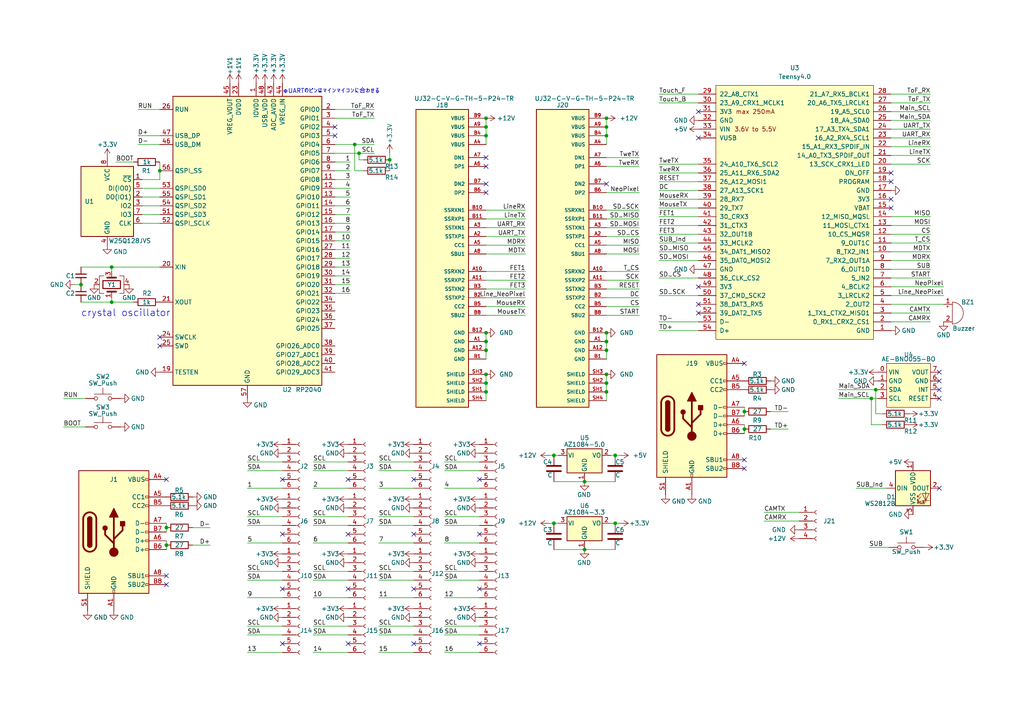
<source format=kicad_sch>
(kicad_sch (version 20230121) (generator eeschema)
  (paper "A4")
  (junction (at 169.545 139.7))
  (junction (at 215.9 119.38))
  (junction (at 175.895 34.29))
  (junction (at 102.87 41.91))
  (junction (at 48.26 153.035))
  (junction (at 254 113.03))
  (junction (at 252.73 115.57))
  (junction (at 175.895 96.52))
  (junction (at 140.97 36.83))
  (junction (at 175.895 101.6))
  (junction (at 169.545 159.385))
  (junction (at 140.97 113.665))
  (junction (at 140.97 99.06))
  (junction (at 178.435 151.765))
  (junction (at 175.895 111.125))
  (junction (at 104.14 44.45))
  (junction (at 175.895 39.37))
  (junction (at 32.385 87.63))
  (junction (at 175.895 36.83))
  (junction (at 140.97 101.6))
  (junction (at 32.385 77.47))
  (junction (at 175.895 113.665))
  (junction (at 140.97 108.585))
  (junction (at 175.895 108.585))
  (junction (at 48.26 158.115))
  (junction (at 23.495 82.55))
  (junction (at 160.655 132.08))
  (junction (at 215.9 124.46))
  (junction (at 140.97 34.29))
  (junction (at 46.355 49.53))
  (junction (at 113.03 46.355))
  (junction (at 160.655 151.765))
  (junction (at 140.97 96.52))
  (junction (at 140.97 39.37))
  (junction (at 175.895 99.06))
  (junction (at 140.97 111.125))
  (junction (at 178.435 132.08))
  (no_connect (at 81.915 170.815))
  (no_connect (at 120.015 139.065))
  (no_connect (at 202.565 90.805))
  (no_connect (at 120.015 170.815))
  (no_connect (at 100.965 139.065))
  (no_connect (at 140.97 48.26))
  (no_connect (at 258.445 50.165))
  (no_connect (at 202.565 40.005))
  (no_connect (at 140.97 55.88))
  (no_connect (at 258.445 52.705))
  (no_connect (at 48.26 167.005))
  (no_connect (at 215.9 105.41))
  (no_connect (at 100.965 186.69))
  (no_connect (at 202.565 32.385))
  (no_connect (at 97.155 39.37))
  (no_connect (at 272.415 113.03))
  (no_connect (at 100.965 154.94))
  (no_connect (at 215.9 135.89))
  (no_connect (at 202.565 83.185))
  (no_connect (at 46.355 97.79))
  (no_connect (at 140.97 45.72))
  (no_connect (at 81.915 139.065))
  (no_connect (at 120.015 186.69))
  (no_connect (at 48.26 169.545))
  (no_connect (at 272.415 107.95))
  (no_connect (at 272.415 115.57))
  (no_connect (at 140.97 53.34))
  (no_connect (at 272.415 141.605))
  (no_connect (at 139.065 154.94))
  (no_connect (at 97.155 36.83))
  (no_connect (at 120.015 154.94))
  (no_connect (at 202.565 88.265))
  (no_connect (at 100.965 170.815))
  (no_connect (at 48.26 139.065))
  (no_connect (at 139.065 139.065))
  (no_connect (at 46.355 100.33))
  (no_connect (at 139.065 186.69))
  (no_connect (at 139.065 170.815))
  (no_connect (at 81.915 186.69))
  (no_connect (at 272.415 110.49))
  (no_connect (at 258.445 60.325))
  (no_connect (at 81.915 154.94))
  (no_connect (at 215.9 133.35))
  (no_connect (at 175.895 53.34))
  (no_connect (at 258.445 57.785))
  (wire (pts (xy 254 113.03) (xy 254.635 113.03)))
  (wire (pts (xy 90.805 189.23) (xy 100.965 189.23)))
  (wire (pts (xy 177.165 151.765) (xy 178.435 151.765)))
  (wire (pts (xy 175.895 36.83) (xy 175.895 39.37)))
  (wire (pts (xy 152.4 81.28) (xy 140.97 81.28)))
  (wire (pts (xy 191.135 52.705) (xy 202.565 52.705)))
  (wire (pts (xy 101.6 67.31) (xy 97.155 67.31)))
  (wire (pts (xy 191.135 27.305) (xy 202.565 27.305)))
  (wire (pts (xy 71.755 181.61) (xy 81.915 181.61)))
  (wire (pts (xy 175.895 71.12) (xy 185.42 71.12)))
  (wire (pts (xy 159.385 132.08) (xy 160.655 132.08)))
  (wire (pts (xy 33.655 46.99) (xy 38.735 46.99)))
  (wire (pts (xy 71.755 173.355) (xy 81.915 173.355)))
  (wire (pts (xy 18.415 123.825) (xy 24.765 123.825)))
  (wire (pts (xy 90.805 181.61) (xy 100.965 181.61)))
  (wire (pts (xy 71.755 165.735) (xy 81.915 165.735)))
  (wire (pts (xy 273.685 83.185) (xy 258.445 83.185)))
  (wire (pts (xy 60.96 153.035) (xy 55.88 153.035)))
  (wire (pts (xy 101.6 62.23) (xy 97.155 62.23)))
  (wire (pts (xy 140.97 96.52) (xy 140.97 99.06)))
  (wire (pts (xy 185.42 55.88) (xy 175.895 55.88)))
  (wire (pts (xy 252.73 123.19) (xy 252.73 115.57)))
  (wire (pts (xy 185.42 66.04) (xy 175.895 66.04)))
  (wire (pts (xy 152.4 91.44) (xy 140.97 91.44)))
  (wire (pts (xy 191.135 70.485) (xy 202.565 70.485)))
  (wire (pts (xy 152.4 78.74) (xy 140.97 78.74)))
  (wire (pts (xy 109.855 136.525) (xy 120.015 136.525)))
  (wire (pts (xy 113.03 44.45) (xy 113.03 46.355)))
  (wire (pts (xy 128.905 136.525) (xy 139.065 136.525)))
  (wire (pts (xy 191.135 85.725) (xy 202.565 85.725)))
  (wire (pts (xy 109.855 152.4) (xy 120.015 152.4)))
  (wire (pts (xy 104.14 46.355) (xy 104.14 44.45)))
  (wire (pts (xy 152.4 86.36) (xy 140.97 86.36)))
  (wire (pts (xy 90.805 168.275) (xy 100.965 168.275)))
  (wire (pts (xy 152.4 66.04) (xy 140.97 66.04)))
  (wire (pts (xy 41.275 62.23) (xy 46.355 62.23)))
  (wire (pts (xy 152.4 73.66) (xy 140.97 73.66)))
  (wire (pts (xy 71.755 184.15) (xy 81.915 184.15)))
  (wire (pts (xy 48.26 151.765) (xy 48.26 153.035)))
  (wire (pts (xy 191.135 67.945) (xy 202.565 67.945)))
  (wire (pts (xy 228.6 119.38) (xy 223.52 119.38)))
  (wire (pts (xy 177.165 132.08) (xy 178.435 132.08)))
  (wire (pts (xy 90.805 141.605) (xy 100.965 141.605)))
  (wire (pts (xy 101.6 54.61) (xy 97.155 54.61)))
  (wire (pts (xy 104.14 44.45) (xy 97.155 44.45)))
  (wire (pts (xy 41.275 57.15) (xy 46.355 57.15)))
  (wire (pts (xy 152.4 60.96) (xy 140.97 60.96)))
  (wire (pts (xy 102.87 49.53) (xy 102.87 41.91)))
  (wire (pts (xy 32.385 77.47) (xy 32.385 78.74)))
  (wire (pts (xy 71.755 136.525) (xy 81.915 136.525)))
  (wire (pts (xy 254 120.015) (xy 254 113.03)))
  (wire (pts (xy 169.545 159.385) (xy 178.435 159.385)))
  (wire (pts (xy 101.6 57.15) (xy 97.155 57.15)))
  (wire (pts (xy 60.96 158.115) (xy 55.88 158.115)))
  (wire (pts (xy 191.135 50.165) (xy 202.565 50.165)))
  (wire (pts (xy 269.875 62.865) (xy 258.445 62.865)))
  (wire (pts (xy 175.895 111.125) (xy 175.895 113.665)))
  (wire (pts (xy 97.155 82.55) (xy 101.6 82.55)))
  (wire (pts (xy 243.205 113.03) (xy 254 113.03)))
  (wire (pts (xy 269.875 40.005) (xy 258.445 40.005)))
  (wire (pts (xy 273.685 85.725) (xy 258.445 85.725)))
  (wire (pts (xy 140.97 108.585) (xy 140.97 111.125)))
  (wire (pts (xy 101.6 77.47) (xy 97.155 77.47)))
  (wire (pts (xy 269.875 47.625) (xy 258.445 47.625)))
  (wire (pts (xy 191.135 62.865) (xy 202.565 62.865)))
  (wire (pts (xy 128.905 149.86) (xy 139.065 149.86)))
  (wire (pts (xy 40.005 41.91) (xy 46.355 41.91)))
  (wire (pts (xy 175.895 81.28) (xy 185.42 81.28)))
  (wire (pts (xy 175.895 39.37) (xy 175.895 41.91)))
  (wire (pts (xy 269.875 32.385) (xy 258.445 32.385)))
  (wire (pts (xy 140.97 101.6) (xy 140.97 104.14)))
  (wire (pts (xy 185.42 91.44) (xy 175.895 91.44)))
  (wire (pts (xy 269.875 34.925) (xy 258.445 34.925)))
  (wire (pts (xy 258.445 88.265) (xy 273.685 88.265)))
  (wire (pts (xy 48.26 158.115) (xy 48.26 159.385)))
  (wire (pts (xy 269.875 75.565) (xy 258.445 75.565)))
  (wire (pts (xy 269.875 90.805) (xy 258.445 90.805)))
  (wire (pts (xy 90.805 152.4) (xy 100.965 152.4)))
  (wire (pts (xy 48.26 156.845) (xy 48.26 158.115)))
  (wire (pts (xy 185.42 88.9) (xy 175.895 88.9)))
  (wire (pts (xy 269.875 29.845) (xy 258.445 29.845)))
  (wire (pts (xy 140.97 113.665) (xy 140.97 116.205)))
  (wire (pts (xy 269.875 70.485) (xy 258.445 70.485)))
  (wire (pts (xy 108.585 41.91) (xy 102.87 41.91)))
  (wire (pts (xy 101.6 49.53) (xy 97.155 49.53)))
  (wire (pts (xy 90.805 184.15) (xy 100.965 184.15)))
  (wire (pts (xy 175.895 101.6) (xy 175.895 104.14)))
  (wire (pts (xy 109.855 149.86) (xy 120.015 149.86)))
  (wire (pts (xy 109.855 184.15) (xy 120.015 184.15)))
  (wire (pts (xy 191.135 55.245) (xy 202.565 55.245)))
  (wire (pts (xy 185.42 68.58) (xy 175.895 68.58)))
  (wire (pts (xy 109.855 141.605) (xy 120.015 141.605)))
  (wire (pts (xy 109.855 173.355) (xy 120.015 173.355)))
  (wire (pts (xy 101.6 85.09) (xy 97.155 85.09)))
  (wire (pts (xy 140.97 34.29) (xy 140.97 36.83)))
  (wire (pts (xy 105.41 49.53) (xy 102.87 49.53)))
  (wire (pts (xy 128.905 181.61) (xy 139.065 181.61)))
  (wire (pts (xy 185.42 48.26) (xy 175.895 48.26)))
  (wire (pts (xy 175.895 99.06) (xy 175.895 101.6)))
  (wire (pts (xy 101.6 64.77) (xy 97.155 64.77)))
  (wire (pts (xy 109.855 157.48) (xy 120.015 157.48)))
  (wire (pts (xy 215.9 118.11) (xy 215.9 119.38)))
  (wire (pts (xy 108.585 31.75) (xy 97.155 31.75)))
  (wire (pts (xy 169.545 139.7) (xy 178.435 139.7)))
  (wire (pts (xy 48.26 153.035) (xy 48.26 154.305)))
  (wire (pts (xy 269.875 80.645) (xy 258.445 80.645)))
  (wire (pts (xy 191.135 47.625) (xy 202.565 47.625)))
  (wire (pts (xy 175.895 86.36) (xy 185.42 86.36)))
  (wire (pts (xy 41.275 59.69) (xy 46.355 59.69)))
  (wire (pts (xy 128.905 141.605) (xy 139.065 141.605)))
  (wire (pts (xy 41.275 52.07) (xy 46.355 52.07)))
  (wire (pts (xy 185.42 45.72) (xy 175.895 45.72)))
  (wire (pts (xy 101.6 46.99) (xy 97.155 46.99)))
  (wire (pts (xy 128.905 133.985) (xy 139.065 133.985)))
  (wire (pts (xy 32.385 87.63) (xy 38.735 87.63)))
  (wire (pts (xy 71.755 133.985) (xy 81.915 133.985)))
  (wire (pts (xy 109.855 189.23) (xy 120.015 189.23)))
  (wire (pts (xy 191.135 93.345) (xy 202.565 93.345)))
  (wire (pts (xy 71.755 168.275) (xy 81.915 168.275)))
  (wire (pts (xy 215.9 119.38) (xy 215.9 120.65)))
  (wire (pts (xy 71.755 149.86) (xy 81.915 149.86)))
  (wire (pts (xy 71.755 189.23) (xy 81.915 189.23)))
  (wire (pts (xy 269.875 65.405) (xy 258.445 65.405)))
  (wire (pts (xy 160.655 139.7) (xy 169.545 139.7)))
  (wire (pts (xy 191.135 29.845) (xy 202.565 29.845)))
  (wire (pts (xy 101.6 59.69) (xy 97.155 59.69)))
  (wire (pts (xy 221.615 148.59) (xy 231.775 148.59)))
  (wire (pts (xy 269.875 37.465) (xy 258.445 37.465)))
  (wire (pts (xy 140.97 39.37) (xy 140.97 41.91)))
  (wire (pts (xy 178.435 151.765) (xy 179.705 151.765)))
  (wire (pts (xy 243.205 115.57) (xy 252.73 115.57)))
  (wire (pts (xy 71.755 157.48) (xy 81.915 157.48)))
  (wire (pts (xy 128.905 152.4) (xy 139.065 152.4)))
  (wire (pts (xy 255.905 120.015) (xy 254 120.015)))
  (wire (pts (xy 32.385 86.36) (xy 32.385 87.63)))
  (wire (pts (xy 191.135 65.405) (xy 202.565 65.405)))
  (wire (pts (xy 228.6 124.46) (xy 223.52 124.46)))
  (wire (pts (xy 109.855 168.275) (xy 120.015 168.275)))
  (wire (pts (xy 90.805 136.525) (xy 100.965 136.525)))
  (wire (pts (xy 252.095 158.75) (xy 257.81 158.75)))
  (wire (pts (xy 23.495 87.63) (xy 32.385 87.63)))
  (wire (pts (xy 269.875 93.345) (xy 258.445 93.345)))
  (wire (pts (xy 109.855 165.735) (xy 120.015 165.735)))
  (wire (pts (xy 71.755 141.605) (xy 81.915 141.605)))
  (wire (pts (xy 248.285 141.605) (xy 257.175 141.605)))
  (wire (pts (xy 160.655 159.385) (xy 169.545 159.385)))
  (wire (pts (xy 191.135 95.885) (xy 202.565 95.885)))
  (wire (pts (xy 185.42 83.82) (xy 175.895 83.82)))
  (wire (pts (xy 101.6 80.01) (xy 97.155 80.01)))
  (wire (pts (xy 140.97 99.06) (xy 140.97 101.6)))
  (wire (pts (xy 128.905 157.48) (xy 139.065 157.48)))
  (wire (pts (xy 101.6 72.39) (xy 97.155 72.39)))
  (wire (pts (xy 109.855 133.985) (xy 120.015 133.985)))
  (wire (pts (xy 90.805 165.735) (xy 100.965 165.735)))
  (wire (pts (xy 102.87 41.91) (xy 97.155 41.91)))
  (wire (pts (xy 71.755 152.4) (xy 81.915 152.4)))
  (wire (pts (xy 21.59 82.55) (xy 23.495 82.55)))
  (wire (pts (xy 269.875 67.945) (xy 258.445 67.945)))
  (wire (pts (xy 108.585 34.29) (xy 97.155 34.29)))
  (wire (pts (xy 128.905 168.275) (xy 139.065 168.275)))
  (wire (pts (xy 101.6 52.07) (xy 97.155 52.07)))
  (wire (pts (xy 175.895 78.74) (xy 185.42 78.74)))
  (wire (pts (xy 152.4 63.5) (xy 140.97 63.5)))
  (wire (pts (xy 90.805 149.86) (xy 100.965 149.86)))
  (wire (pts (xy 40.005 31.75) (xy 46.355 31.75)))
  (wire (pts (xy 191.135 73.025) (xy 202.565 73.025)))
  (wire (pts (xy 191.135 80.645) (xy 202.565 80.645)))
  (wire (pts (xy 185.42 63.5) (xy 175.895 63.5)))
  (wire (pts (xy 152.4 88.9) (xy 140.97 88.9)))
  (wire (pts (xy 128.905 184.15) (xy 139.065 184.15)))
  (wire (pts (xy 90.805 133.985) (xy 100.965 133.985)))
  (wire (pts (xy 41.275 64.77) (xy 46.355 64.77)))
  (wire (pts (xy 90.805 173.355) (xy 100.965 173.355)))
  (wire (pts (xy 252.73 115.57) (xy 254.635 115.57)))
  (wire (pts (xy 269.875 42.545) (xy 258.445 42.545)))
  (wire (pts (xy 128.905 173.355) (xy 139.065 173.355)))
  (wire (pts (xy 108.585 44.45) (xy 104.14 44.45)))
  (wire (pts (xy 185.42 60.96) (xy 175.895 60.96)))
  (wire (pts (xy 191.135 75.565) (xy 202.565 75.565)))
  (wire (pts (xy 46.355 52.07) (xy 46.355 49.53)))
  (wire (pts (xy 269.875 45.085) (xy 258.445 45.085)))
  (wire (pts (xy 90.805 157.48) (xy 100.965 157.48)))
  (wire (pts (xy 269.875 78.105) (xy 258.445 78.105)))
  (wire (pts (xy 160.655 151.765) (xy 161.925 151.765)))
  (wire (pts (xy 152.4 68.58) (xy 140.97 68.58)))
  (wire (pts (xy 215.9 123.19) (xy 215.9 124.46)))
  (wire (pts (xy 18.415 115.57) (xy 24.765 115.57)))
  (wire (pts (xy 113.03 46.355) (xy 113.03 49.53)))
  (wire (pts (xy 140.97 111.125) (xy 140.97 113.665)))
  (wire (pts (xy 101.6 74.93) (xy 97.155 74.93)))
  (wire (pts (xy 178.435 132.08) (xy 179.705 132.08)))
  (wire (pts (xy 191.135 57.785) (xy 202.565 57.785)))
  (wire (pts (xy 175.895 113.665) (xy 175.895 116.205)))
  (wire (pts (xy 32.385 77.47) (xy 46.355 77.47)))
  (wire (pts (xy 140.97 36.83) (xy 140.97 39.37)))
  (wire (pts (xy 191.135 60.325) (xy 202.565 60.325)))
  (wire (pts (xy 128.905 189.23) (xy 139.065 189.23)))
  (wire (pts (xy 269.875 73.025) (xy 258.445 73.025)))
  (wire (pts (xy 152.4 71.12) (xy 140.97 71.12)))
  (wire (pts (xy 46.355 49.53) (xy 46.355 46.99)))
  (wire (pts (xy 269.875 27.305) (xy 258.445 27.305)))
  (wire (pts (xy 40.005 39.37) (xy 46.355 39.37)))
  (wire (pts (xy 128.905 165.735) (xy 139.065 165.735)))
  (wire (pts (xy 109.855 181.61) (xy 120.015 181.61)))
  (wire (pts (xy 175.895 34.29) (xy 175.895 36.83)))
  (wire (pts (xy 101.6 69.85) (xy 97.155 69.85)))
  (wire (pts (xy 23.495 77.47) (xy 32.385 77.47)))
  (wire (pts (xy 105.41 46.355) (xy 104.14 46.355)))
  (wire (pts (xy 175.895 108.585) (xy 175.895 111.125)))
  (wire (pts (xy 160.655 132.08) (xy 161.925 132.08)))
  (wire (pts (xy 221.615 151.13) (xy 231.775 151.13)))
  (wire (pts (xy 175.895 96.52) (xy 175.895 99.06)))
  (wire (pts (xy 215.9 124.46) (xy 215.9 125.73)))
  (wire (pts (xy 175.895 73.66) (xy 185.42 73.66)))
  (wire (pts (xy 255.905 123.19) (xy 252.73 123.19)))
  (wire (pts (xy 41.275 54.61) (xy 46.355 54.61)))
  (wire (pts (xy 152.4 83.82) (xy 140.97 83.82)))
  (wire (pts (xy 159.385 151.765) (xy 160.655 151.765)))
  (text "※UARTのピンはマインマイコンに合わせる" (at 81.915 27.305 0) (effects (font (size 1.27 1.27)) (justify left bottom)))
  (text "crystal oscillator" (at 23.495 92.075 0) (effects (font (size 2 2)) (justify left bottom)))
  (label "8" (at 101.6 64.77 180))
  (label "DC" (at 191.135 55.245 0))
  (label "MOSI" (at 269.875 65.405 180))
  (label "ToF_TX" (at 108.585 34.29 180))
  (label "MISO" (at 185.42 71.12 180))
  (label "SDA" (at 109.855 168.275 0))
  (label "Main_SDA" (at 269.875 34.925 180))
  (label "SUB" (at 252.095 158.75 0))
  (label "SD＿MOSI" (at 185.42 66.04 180))
  (label "Line_NeoPixel" (at 273.685 85.725 180))
  (label "UART_RX" (at 269.875 40.005 180))
  (label "SDA" (at 90.805 184.15 0))
  (label "SDA" (at 90.805 136.525 0))
  (label "MouseRX" (at 191.135 57.785 0))
  (label "FET3" (at 191.135 67.945 0))
  (label "DC" (at 185.42 86.36 180))
  (label "CAMRX" (at 221.615 151.13 0))
  (label "SCL" (at 90.805 181.61 0))
  (label "SCL" (at 90.805 149.86 0))
  (label "LineTX" (at 152.4 63.5 180))
  (label "FET2" (at 152.4 81.28 180))
  (label "CAMRX" (at 269.875 93.345 180))
  (label "RUN" (at 40.005 31.75 0))
  (label "UART_TX" (at 269.875 37.465 180))
  (label "UART_TX" (at 152.4 68.58 180))
  (label "RESET" (at 191.135 52.705 0))
  (label "7" (at 109.855 157.48 0))
  (label "SCL" (at 71.755 165.735 0))
  (label "SCL" (at 109.855 133.985 0))
  (label "SCL" (at 128.905 149.86 0))
  (label "4" (at 101.6 54.61 180))
  (label "SCL" (at 71.755 149.86 0))
  (label "START" (at 269.875 80.645 180))
  (label "5" (at 71.755 157.48 0))
  (label "10" (at 101.6 69.85 180))
  (label "MDRX" (at 152.4 71.12 180))
  (label "TD-" (at 191.135 93.345 0))
  (label "FET2" (at 191.135 65.405 0))
  (label "MouseRX" (at 152.4 88.9 180))
  (label "SCL" (at 128.905 165.735 0))
  (label "11" (at 109.855 173.355 0))
  (label "SD＿MISO" (at 191.135 73.025 0))
  (label "MouseTX" (at 152.4 91.44 180))
  (label "14" (at 101.6 80.01 180))
  (label "7" (at 101.6 62.23 180))
  (label "SDA" (at 109.855 152.4 0))
  (label "SCK" (at 185.42 81.28 180))
  (label "SDA" (at 71.755 168.275 0))
  (label "NeoPixel" (at 273.685 83.185 180))
  (label "SDA" (at 128.905 184.15 0))
  (label "ToF_RX" (at 269.875 27.305 180))
  (label "Line_NeoPixel" (at 152.4 86.36 180))
  (label "Touch_B" (at 191.135 29.845 0))
  (label "ToF_TX" (at 269.875 29.845 180))
  (label "SD＿SCK" (at 185.42 60.96 180))
  (label "CS" (at 185.42 88.9 180))
  (label "LineTX" (at 269.875 45.085 180))
  (label "TD-" (at 228.6 119.38 180))
  (label "15" (at 101.6 82.55 180))
  (label "Touch_F" (at 191.135 27.305 0))
  (label "16" (at 128.905 189.23 0))
  (label "FET1" (at 152.4 78.74 180))
  (label "D-" (at 40.005 41.91 0))
  (label "BOOT" (at 33.655 46.99 0))
  (label "15" (at 109.855 189.23 0))
  (label "Main_SDA" (at 243.205 113.03 0))
  (label "SDA" (at 71.755 152.4 0))
  (label "SCL" (at 108.585 44.45 180))
  (label "TweRX" (at 191.135 50.165 0))
  (label "SUB_Ind" (at 191.135 70.485 0))
  (label "TD+" (at 191.135 95.885 0))
  (label "MOSI" (at 185.42 73.66 180))
  (label "SDA" (at 128.905 168.275 0))
  (label "FET1" (at 191.135 62.865 0))
  (label "SDA" (at 128.905 152.4 0))
  (label "Main_SCL" (at 243.205 115.57 0))
  (label "SD＿CS" (at 185.42 68.58 180))
  (label "6" (at 90.805 157.48 0))
  (label "SCL" (at 90.805 165.735 0))
  (label "T_CS" (at 185.42 78.74 180))
  (label "D+" (at 40.005 39.37 0))
  (label "14" (at 90.805 189.23 0))
  (label "SCL" (at 71.755 181.61 0))
  (label "D-" (at 60.96 153.035 180))
  (label "SDA" (at 90.805 152.4 0))
  (label "TweTX" (at 191.135 47.625 0))
  (label "SD＿MISO" (at 185.42 63.5 180))
  (label "9" (at 71.755 173.355 0))
  (label "SUB_Ind" (at 248.285 141.605 0))
  (label "TweRX" (at 185.42 48.26 180))
  (label "FET3" (at 152.4 83.82 180))
  (label "RESET" (at 185.42 83.82 180))
  (label "MISO" (at 269.875 62.865 180))
  (label "CAMTX" (at 269.875 90.805 180))
  (label "T_CS" (at 269.875 70.485 180))
  (label "3" (at 101.6 52.07 180))
  (label "SD＿MOSI" (at 191.135 75.565 0))
  (label "D+" (at 60.96 158.115 180))
  (label "RUN" (at 18.415 115.57 0))
  (label "CAMTX" (at 221.615 148.59 0))
  (label "MDRX" (at 269.875 75.565 180))
  (label "SDA" (at 109.855 184.15 0))
  (label "SUB" (at 269.875 78.105 180))
  (label "LineRX" (at 269.875 42.545 180))
  (label "1" (at 71.755 141.605 0))
  (label "SCL" (at 109.855 149.86 0))
  (label "SDA" (at 109.855 136.525 0))
  (label "SDA" (at 71.755 184.15 0))
  (label "SCL" (at 71.755 133.985 0))
  (label "6" (at 101.6 59.69 180))
  (label "10" (at 90.805 173.355 0))
  (label "SCL" (at 128.905 133.985 0))
  (label "SCL" (at 128.905 181.61 0))
  (label "2" (at 101.6 49.53 180))
  (label "SCL" (at 109.855 165.735 0))
  (label "3" (at 109.855 141.605 0))
  (label "NeoPixel" (at 185.42 55.88 180))
  (label "4" (at 128.905 141.605 0))
  (label "12" (at 101.6 74.93 180))
  (label "9" (at 101.6 67.31 180))
  (label "MouseTX" (at 191.135 60.325 0))
  (label "UART_RX" (at 152.4 66.04 180))
  (label "13" (at 71.755 189.23 0))
  (label "16" (at 101.6 85.09 180))
  (label "SCL" (at 109.855 181.61 0))
  (label "12" (at 128.905 173.355 0))
  (label "8" (at 128.905 157.48 0))
  (label "BOOT" (at 18.415 123.825 0))
  (label "2" (at 90.805 141.605 0))
  (label "ToF_RX" (at 108.585 31.75 180))
  (label "SD＿SCK" (at 191.135 85.725 0))
  (label "SCK" (at 269.875 47.625 180))
  (label "SDA" (at 71.755 136.525 0))
  (label "TweTX" (at 185.42 45.72 180))
  (label "5" (at 101.6 57.15 180))
  (label "SD＿CS" (at 191.135 80.645 0))
  (label "CS" (at 269.875 67.945 180))
  (label "1" (at 101.6 46.99 180))
  (label "LineRX" (at 152.4 60.96 180))
  (label "13" (at 101.6 77.47 180))
  (label "MDTX" (at 152.4 73.66 180))
  (label "Main_SCL" (at 269.875 32.385 180))
  (label "TD+" (at 228.6 124.46 180))
  (label "START" (at 185.42 91.44 180))
  (label "SDA" (at 90.805 168.275 0))
  (label "SCL" (at 90.805 133.985 0))
  (label "SDA" (at 108.585 41.91 180))
  (label "11" (at 101.6 72.39 180))
  (label "MDTX" (at 269.875 73.025 180))
  (label "SDA" (at 128.905 136.525 0))
  (symbol (lib_id "Device:R") (at 259.715 123.19 90) (unit 1)
    (property "Reference" "R12" (at 266.065 125.095 90) (effects (justify left)))
    (property "Value" "5.1k" (at 261.62 123.19 90) (effects (justify left)))
  )
  (symbol (lib_id "power:GND") (at 169.545 159.385 0) (unit 1)
    (property "Reference" "#PWR077" (effects hide))
    (property "Value" "GND" (at 171.45 163.195 0) (effects (justify right)))
  )
  (symbol (lib_id "power:+3.3V") (at 79.375 24.13 0) (unit 1)
    (property "Reference" "#PWR012" (effects hide))
    (property "Value" "+3.3V" (at 79.375 18.415 90))
  )
  (symbol (lib_id "power:GND") (at 200.66 143.51 0) (unit 1)
    (property "Reference" "#PWR061" (effects hide))
    (property "Value" "GND" (at 204.47 145.415 0))
  )
  (symbol (lib_id "Device:R") (at 109.22 46.355 90) (unit 1)
    (property "Reference" "R13" (at 115.57 48.26 90) (effects (justify left)))
    (property "Value" "5.1k" (at 111.125 46.355 90) (effects (justify left)))
  )
  (symbol (lib_id "power:+3V3") (at 139.065 128.905 90) (unit 1)
    (property "Reference" "#PWR024" (effects hide))
    (property "Value" "+3V3" (at 136.525 128.905 90) (effects (justify left)))
  )
  (symbol (lib_id "power:GND") (at 100.965 163.195 270) (unit 1)
    (property "Reference" "#PWR037" (effects hide))
    (property "Value" "GND" (at 98.425 163.195 90) (effects (justify right)))
  )
  (symbol (lib_id "power:GND") (at 139.065 179.07 270) (unit 1)
    (property "Reference" "#PWR049" (effects hide))
    (property "Value" "GND" (at 136.525 179.07 90) (effects (justify right)))
  )
  (symbol (lib_id "power:GND") (at 46.355 107.95 270) (unit 1)
    (property "Reference" "#PWR06" (effects hide))
    (property "Value" "GND" (at 41.275 107.95 90))
  )
  (symbol (lib_id "Connector:Conn_01x06_Socket") (at 106.045 181.61 0) (unit 1)
    (property "Reference" "J15" (at 106.045 182.88 0) (effects (justify left)))
    (property "Value" "Conn_01x06_Socket" (effects hide))
  )
  (symbol (lib_id "power:+5V") (at 179.705 132.08 270) (unit 1)
    (property "Reference" "#PWR080" (effects hide))
    (property "Value" "+5V" (at 183.515 132.08 90) (effects (justify left)))
  )
  (symbol (lib_id "power:GND") (at 33.02 177.165 0) (unit 1)
    (property "Reference" "#PWR017" (effects hide))
    (property "Value" "GND" (at 36.83 179.07 0))
  )
  (symbol (lib_id "power:GND") (at 100.965 131.445 270) (unit 1)
    (property "Reference" "#PWR021" (effects hide))
    (property "Value" "GND" (at 98.425 131.445 90) (effects (justify right)))
  )
  (symbol (lib_id "power:+12V") (at 159.385 132.08 90) (unit 1)
    (property "Reference" "#PWR078" (effects hide))
    (property "Value" "+12V" (at 155.575 132.08 90) (effects (justify left)))
  )
  (symbol (lib_id "power:+3.3V") (at 263.525 123.19 270) (unit 1)
    (property "Reference" "#PWR072" (effects hide))
    (property "Value" "+3.3V" (at 269.24 123.19 90))
  )
  (symbol (lib_id "UJ32-C-V-G-TH-5-P24-TR:UJ32-C-V-G-TH-5-P24-TR") (at 163.195 71.12 0) (unit 1)
    (property "Reference" "J20" (at 163.195 30.48 0))
    (property "Value" "UJ32-C-V-G-TH-5-P24-TR" (at 169.545 28.575 0))
    (property "Footprint" "UJ32-C-V-G-TH-5-P24-TR:SAMESKY_UJ32-C-V-G-TH-5-P24-TR" (effects hide))
    (property "MF" "Same Sky" (effects hide))
    (property "MAXIMUM_PACKAGE_HEIGHT" "9.35mm" (effects hide))
    (property "Package" "None" (effects hide))
    (property "Price" "None" (effects hide))
    (property "Check_prices" "https://www.snapeda.com/parts/UJ32-C-V-G-TH-5-P24-TR/Same+Sky/view-part/?ref=eda" (effects hide))
    (property "STANDARD" "Manufacturer Recommendations" (effects hide))
    (property "PARTREV" "1.0" (effects hide))
    (property "SnapEDA_Link" "https://www.snapeda.com/parts/UJ32-C-V-G-TH-5-P24-TR/Same+Sky/view-part/?ref=snap" (effects hide))
    (property "MP" "UJ32-C-V-G-TH-5-P24-TR" (effects hide))
    (property "Description" "\n                        \n                            Type C, USB 3.2, 5 Gbps, 48 Vac, 5 A, Vertical, Gold plated 3u, Through Hole,9.2mm, 24 pin\n                        \n" (effects hide))
    (property "Availability" "In Stock" (effects hide))
    (property "MANUFACTURER" "Same Sky" (effects hide))
  )
  (symbol (lib_id "Device:C") (at 160.655 135.89 0) (unit 1)
    (property "Reference" "C4" (at 157.48 133.985 0) (effects (justify left)))
    (property "Value" "C" (at 158.75 137.795 0) (effects (justify left)))
  )
  (symbol (lib_id "Connector:Conn_01x06_Socket") (at 106.045 149.86 0) (unit 1)
    (property "Reference" "J7" (at 106.045 151.13 0) (effects (justify left)))
    (property "Value" "Conn_01x06_Socket" (effects hide))
  )
  (symbol (lib_id "power:GND") (at 231.775 153.67 270) (unit 1)
    (property "Reference" "#PWR082" (effects hide))
    (property "Value" "GND" (at 227.965 153.67 90) (effects (justify right)))
  )
  (symbol (lib_id "Device:R") (at 219.71 110.49 90) (unit 1)
    (property "Reference" "R3" (at 220.98 108.585 90) (effects (justify left)))
    (property "Value" "5.1k" (at 221.615 110.49 90) (effects (justify left)))
  )
  (symbol (lib_id "power:GND") (at 139.065 147.32 270) (unit 1)
    (property "Reference" "#PWR033" (effects hide))
    (property "Value" "GND" (at 136.525 147.32 90) (effects (justify right)))
  )
  (symbol (lib_id "power:GND") (at 258.445 55.245 90) (unit 1)
    (property "Reference" "#PWR057" (effects hide))
    (property "Value" "GND" (effects hide))
  )
  (symbol (lib_id "teensy:Teensy4.0") (at 230.505 61.595 180) (unit 1)
    (property "Reference" "U3" (at 230.505 19.685 0))
    (property "Value" "Teensy4.0" (at 230.505 22.225 0))
  )
  (symbol (lib_id "power:+3V3") (at 120.015 128.905 90) (unit 1)
    (property "Reference" "#PWR022" (effects hide))
    (property "Value" "+3V3" (at 117.475 128.905 90) (effects (justify left)))
  )
  (symbol (lib_id "power:GND") (at 223.52 110.49 90) (unit 1)
    (property "Reference" "#PWR062" (effects hide))
    (property "Value" "GND" (at 228.6 110.49 90))
  )
  (symbol (lib_id "Connector:USB_C_Receptacle_USB2.0") (at 33.02 154.305 0) (unit 1)
    (property "Reference" "J1" (at 33.02 139.065 0))
    (property "Value" "USB_C_Receptacle_USB2.0" (effects hide))
    (property "Datasheet" "https://www.usb.org/sites/default/files/documents/usb_type-c.zip" (effects hide))
  )
  (symbol (lib_id "power:GND") (at 55.88 146.685 90) (unit 1)
    (property "Reference" "#PWR019" (effects hide))
    (property "Value" "GND" (at 60.96 146.685 90))
  )
  (symbol (lib_id "power:+3.3V") (at 263.525 120.015 270) (unit 1)
    (property "Reference" "#PWR071" (effects hide))
    (property "Value" "+3.3V" (at 269.24 120.015 90))
  )
  (symbol (lib_id "power:+3.3V") (at 179.705 151.765 270) (unit 1)
    (property "Reference" "#PWR081" (effects hide))
    (property "Value" "+3.3V" (at 185.42 151.765 90))
  )
  (symbol (lib_id "Connector:Conn_01x06_Socket") (at 125.095 149.86 0) (unit 1)
    (property "Reference" "J8" (at 125.095 151.13 0) (effects (justify left)))
    (property "Value" "Conn_01x06_Socket" (effects hide))
  )
  (symbol (lib_id "power:GND") (at 264.795 149.225 270) (unit 1)
    (property "Reference" "#PWR069" (effects hide))
    (property "Value" "GND" (at 259.715 149.225 90))
  )
  (symbol (lib_id "Device:R") (at 219.71 119.38 90) (unit 1)
    (property "Reference" "R9" (at 220.98 121.92 90) (effects (justify left)))
    (property "Value" "27" (at 220.98 119.38 90) (effects (justify left)))
  )
  (symbol (lib_id "Connector:Conn_01x06_Socket") (at 144.145 149.86 0) (unit 1)
    (property "Reference" "J9" (at 144.145 151.13 0) (effects (justify left)))
    (property "Value" "Conn_01x06_Socket" (effects hide))
  )
  (symbol (lib_id "Connector:Conn_01x06_Socket") (at 125.095 181.61 0) (unit 1)
    (property "Reference" "J16" (at 125.095 182.88 0) (effects (justify left)))
    (property "Value" "Conn_01x06_Socket" (effects hide))
  )
  (symbol (lib_id "power:GND") (at 120.015 179.07 270) (unit 1)
    (property "Reference" "#PWR047" (effects hide))
    (property "Value" "GND" (at 117.475 179.07 90) (effects (justify right)))
  )
  (symbol (lib_id "power:+3V3") (at 81.915 176.53 90) (unit 1)
    (property "Reference" "#PWR042" (effects hide))
    (property "Value" "+3V3" (at 79.375 176.53 90) (effects (justify left)))
  )
  (symbol (lib_id "power:GND") (at 169.545 139.7 0) (unit 1)
    (property "Reference" "#PWR076" (effects hide))
    (property "Value" "GND" (at 171.45 143.51 0) (effects (justify right)))
  )
  (symbol (lib_id "Device:R") (at 42.545 87.63 270) (unit 1)
    (property "Reference" "R2" (at 41.275 85.09 90) (effects (justify left)))
    (property "Value" "1k" (at 41.275 87.63 90) (effects (justify left)))
  )
  (symbol (lib_id "Device:R") (at 52.07 144.145 90) (unit 1)
    (property "Reference" "R5" (at 53.34 142.24 90) (effects (justify left)))
    (property "Value" "5.1k" (at 53.975 144.145 90) (effects (justify left)))
  )
  (symbol (lib_id "power:+3V3") (at 81.915 160.655 90) (unit 1)
    (property "Reference" "#PWR034" (effects hide))
    (property "Value" "+3V3" (at 79.375 160.655 90) (effects (justify left)))
  )
  (symbol (lib_id "power:+3V3") (at 100.965 128.905 90) (unit 1)
    (property "Reference" "#PWR020" (effects hide))
    (property "Value" "+3V3" (at 98.425 128.905 90) (effects (justify left)))
  )
  (symbol (lib_id "Connector:Conn_01x06_Socket") (at 106.045 165.735 0) (unit 1)
    (property "Reference" "J11" (at 106.045 167.005 0) (effects (justify left)))
    (property "Value" "Conn_01x06_Socket" (effects hide))
  )
  (symbol (lib_id "power:GND") (at 34.925 115.57 90) (unit 1)
    (property "Reference" "#PWR073" (effects hide))
    (property "Value" "GND" (at 40.005 115.57 90))
  )
  (symbol (lib_id "Connector:Conn_01x06_Socket") (at 86.995 149.86 0) (unit 1)
    (property "Reference" "J6" (at 86.995 151.13 0) (effects (justify left)))
    (property "Value" "Conn_01x06_Socket" (effects hide))
  )
  (symbol (lib_id "Device:C") (at 178.435 155.575 0) (unit 1)
    (property "Reference" "C6" (at 178.435 153.67 0) (effects (justify left)))
    (property "Value" "C" (at 178.435 157.48 0) (effects (justify left)))
  )
  (symbol (lib_id "MCU_RaspberryPi:RP2040") (at 71.755 69.85 0) (unit 1)
    (property "Reference" "U2" (at 81.915 113.03 0) (effects (justify left)))
    (property "Value" "RP2040" (at 85.725 113.03 0) (effects (justify left)))
    (property "Footprint" "Package_DFN_QFN:QFN-56-1EP_7x7mm_P0.4mm_EP3.2x3.2mm" (effects hide))
    (property "Datasheet" "https://datasheets.raspberrypi.com/rp2040/rp2040-datasheet.pdf" (effects hide))
  )
  (symbol (lib_id "Regulator_Linear:AZ1084-5.0") (at 169.545 132.08 0) (unit 1)
    (property "Reference" "U5" (at 169.545 127 0))
    (property "Value" "AZ1084-5.0" (at 169.545 128.905 0))
    (property "Datasheet" "https://www.diodes.com/assets/Datasheets/AZ1084.pdf" (effects hide))
  )
  (symbol (lib_id "power:+3.3V") (at 76.835 24.13 0) (unit 1)
    (property "Reference" "#PWR011" (effects hide))
    (property "Value" "+3.3V" (at 76.835 18.415 90))
  )
  (symbol (lib_id "power:GND") (at 273.685 93.345 0) (unit 1)
    (property "Reference" "#PWR059" (effects hide))
    (property "Value" "GND" (at 273.685 97.155 0))
  )
  (symbol (lib_id "power:+5V") (at 202.565 37.465 90) (unit 1)
    (property "Reference" "#PWR067" (effects hide))
    (property "Value" "+5V" (at 199.39 37.465 90) (effects (justify left)))
  )
  (symbol (lib_id "power:+3.3V") (at 74.295 24.13 0) (unit 1)
    (property "Reference" "#PWR010" (effects hide))
    (property "Value" "+3.3V" (at 74.295 18.415 90))
  )
  (symbol (lib_id "power:+3V3") (at 139.065 144.78 90) (unit 1)
    (property "Reference" "#PWR032" (effects hide))
    (property "Value" "+3V3" (at 136.525 144.78 90) (effects (justify left)))
  )
  (symbol (lib_id "power:+3.3V") (at 31.115 45.72 0) (unit 1)
    (property "Reference" "#PWR01" (effects hide))
    (property "Value" "+3.3V" (at 31.115 41.91 0))
  )
  (symbol (lib_id "power:GND") (at 175.895 108.585 90) (unit 1)
    (property "Reference" "#PWR065" (effects hide))
    (property "Value" "GND" (at 179.705 108.585 90) (effects (justify right)))
  )
  (symbol (lib_id "power:+3.3V") (at 81.915 24.13 0) (unit 1)
    (property "Reference" "#PWR013" (effects hide))
    (property "Value" "+3.3V" (at 81.915 18.415 90))
  )
  (symbol (lib_id "power:GND") (at 140.97 108.585 90) (unit 1)
    (property "Reference" "#PWR054" (effects hide))
    (property "Value" "GND" (at 144.78 108.585 90) (effects (justify right)))
  )
  (symbol (lib_id "power:GND") (at 223.52 113.03 90) (unit 1)
    (property "Reference" "#PWR066" (effects hide))
    (property "Value" "GND" (at 228.6 113.03 90))
  )
  (symbol (lib_id "Connector:Conn_01x06_Socket") (at 125.095 165.735 0) (unit 1)
    (property "Reference" "J12" (at 125.095 166.37 0) (effects (justify left)))
    (property "Value" "Conn_01x06_Socket" (effects hide))
  )
  (symbol (lib_id "Connector:USB_C_Receptacle_USB2.0") (at 200.66 120.65 0) (unit 1)
    (property "Reference" "J19" (at 200.66 105.41 0))
    (property "Value" "USB_C_Receptacle_USB2.0" (effects hide))
    (property "Datasheet" "https://www.usb.org/sites/default/files/documents/usb_type-c.zip" (effects hide))
  )
  (symbol (lib_id "power:GND") (at 139.065 131.445 270) (unit 1)
    (property "Reference" "#PWR025" (effects hide))
    (property "Value" "GND" (at 136.525 131.445 90) (effects (justify right)))
  )
  (symbol (lib_id "power:+12V") (at 140.97 34.29 270) (unit 1)
    (property "Reference" "#PWR052" (effects hide))
    (property "Value" "+12V" (at 144.145 34.29 90) (effects (justify left)))
  )
  (symbol (lib_id "Connector:Conn_01x06_Socket") (at 144.145 181.61 0) (unit 1)
    (property "Reference" "J17" (at 144.145 182.88 0) (effects (justify left)))
    (property "Value" "Conn_01x06_Socket" (effects hide))
  )
  (symbol (lib_id "power:GND") (at 34.925 123.825 90) (unit 1)
    (property "Reference" "#PWR074" (effects hide))
    (property "Value" "GND" (at 40.005 123.825 90))
  )
  (symbol (lib_id "power:+1V1") (at 66.675 24.13 0) (unit 1)
    (property "Reference" "#PWR07" (effects hide))
    (property "Value" "+1V1" (at 66.675 19.05 90))
  )
  (symbol (lib_id "power:GND") (at 21.59 82.55 270) (unit 1)
    (property "Reference" "#PWR03" (effects hide))
    (property "Value" "GND" (at 16.51 82.55 90))
  )
  (symbol (lib_id "power:GND") (at 81.915 179.07 270) (unit 1)
    (property "Reference" "#PWR043" (effects hide))
    (property "Value" "GND" (at 79.375 179.07 90) (effects (justify right)))
  )
  (symbol (lib_id "power:+3.3V") (at 254.635 107.95 90) (unit 1)
    (property "Reference" "#PWR051" (effects hide))
    (property "Value" "+3.3V" (at 248.92 107.95 90))
  )
  (symbol (lib_id "Switch:SW_Push") (at 29.845 115.57 0) (unit 1)
    (property "Reference" "SW2" (at 29.845 109.22 0))
    (property "Value" "SW_Push" (at 29.845 111.125 0))
  )
  (symbol (lib_id "power:GND") (at 71.755 115.57 0) (unit 1)
    (property "Reference" "#PWR09" (effects hide))
    (property "Value" "GND" (at 75.565 117.475 0))
  )
  (symbol (lib_id "Device:R") (at 219.71 113.03 90) (unit 1)
    (property "Reference" "R4" (at 220.98 115.57 90) (effects (justify left)))
    (property "Value" "5.1k" (at 221.615 113.03 90) (effects (justify left)))
  )
  (symbol (lib_id "Device:R") (at 259.715 120.015 90) (unit 1)
    (property "Reference" "R11" (at 266.065 121.92 90) (effects (justify left)))
    (property "Value" "5.1k" (at 261.62 120.015 90) (effects (justify left)))
  )
  (symbol (lib_id "power:GND") (at 202.565 34.925 270) (unit 1)
    (property "Reference" "#PWR058" (effects hide))
    (property "Value" "GND" (at 197.485 34.925 90))
  )
  (symbol (lib_id "Device:R") (at 42.545 46.99 90) (unit 1)
    (property "Reference" "R1" (at 43.815 49.53 90) (effects (justify left)))
    (property "Value" "1k" (at 43.815 46.99 90) (effects (justify left)))
  )
  (symbol (lib_id "power:+3V3") (at 81.915 144.78 90) (unit 1)
    (property "Reference" "#PWR026" (effects hide))
    (property "Value" "+3V3" (at 79.375 144.78 90) (effects (justify left)))
  )
  (symbol (lib_id "power:GND") (at 31.115 71.12 0) (unit 1)
    (property "Reference" "#PWR02" (effects hide))
    (property "Value" "GND" (at 34.925 73.025 0))
  )
  (symbol (lib_id "Connector:Conn_01x06_Socket") (at 86.995 181.61 0) (unit 1)
    (property "Reference" "J14" (at 86.995 182.88 0) (effects (justify left)))
    (property "Value" "Conn_01x06_Socket" (effects hide))
  )
  (symbol (lib_id "Device:R") (at 219.71 124.46 90) (unit 1)
    (property "Reference" "R10" (at 220.98 127 90) (effects (justify left)))
    (property "Value" "27" (at 220.98 124.46 90) (effects (justify left)))
  )
  (symbol (lib_id "power:GND") (at 81.915 163.195 270) (unit 1)
    (property "Reference" "#PWR035" (effects hide))
    (property "Value" "GND" (at 79.375 163.195 90) (effects (justify right)))
  )
  (symbol (lib_id "power:+3.3V") (at 267.97 158.75 270) (unit 1)
    (property "Reference" "#PWR070" (effects hide))
    (property "Value" "+3.3V" (at 273.685 158.75 90))
  )
  (symbol (lib_id "power:GND") (at 120.015 163.195 270) (unit 1)
    (property "Reference" "#PWR039" (effects hide))
    (property "Value" "GND" (at 117.475 163.195 90) (effects (justify right)))
  )
  (symbol (lib_id "power:GND") (at 193.04 143.51 0) (unit 1)
    (property "Reference" "#PWR060" (effects hide))
    (property "Value" "GND" (at 196.85 145.415 0))
  )
  (symbol (lib_id "Switch:SW_Push") (at 262.89 158.75 0) (unit 1)
    (property "Reference" "SW1" (at 262.89 154.305 0))
    (property "Value" "SW_Push" (at 262.89 160.02 0))
  )
  (symbol (lib_id "power:+3V3") (at 100.965 144.78 90) (unit 1)
    (property "Reference" "#PWR028" (effects hide))
    (property "Value" "+3V3" (at 98.425 144.78 90) (effects (justify left)))
  )
  (symbol (lib_id "power:+3V3") (at 100.965 176.53 90) (unit 1)
    (property "Reference" "#PWR044" (effects hide))
    (property "Value" "+3V3" (at 98.425 176.53 90) (effects (justify left)))
  )
  (symbol (lib_id "Connector:Conn_01x06_Socket") (at 144.145 165.735 0) (unit 1)
    (property "Reference" "J13" (at 144.145 167.005 0) (effects (justify left)))
    (property "Value" "Conn_01x06_Socket" (effects hide))
  )
  (symbol (lib_id "Device:C_Small") (at 23.495 80.01 0) (unit 1)
    (property "Reference" "C1" (at 19.05 80.01 0) (effects (justify left)))
    (property "Value" "C_Small" (effects hide))
  )
  (symbol (lib_id "Device:R") (at 109.22 49.53 90) (unit 1)
    (property "Reference" "R14" (at 115.57 51.435 90) (effects (justify left)))
    (property "Value" "5.1k" (at 111.125 49.53 90) (effects (justify left)))
  )
  (symbol (lib_id "power:+3.3V") (at 113.03 44.45 0) (unit 1)
    (property "Reference" "#PWR075" (effects hide))
    (property "Value" "+3.3V" (at 113.03 38.735 90))
  )
  (symbol (lib_id "Memory_Flash:W25Q128JVS") (at 31.115 58.42 0) (mirror y) (unit 1)
    (property "Reference" "U1" (at 27.305 58.42 0) (effects (justify left)))
    (property "Value" "W25Q128JVS" (at 43.815 69.85 0) (effects (justify left)))
    (property "Footprint" "Package_SO:SOIC-8_5.23x5.23mm_P1.27mm" (effects hide))
    (property "Datasheet" "http://www.winbond.com/resource-files/w25q128jv_dtr%20revc%2003272018%20plus.pdf" (effects hide))
  )
  (symbol (lib_id "LED:WS2812B") (at 264.795 141.605 0) (unit 1)
    (property "Reference" "D1" (at 258.445 144.145 0))
    (property "Value" "WS2812B" (at 255.27 146.05 0))
    (property "Footprint" "LED_SMD:LED_WS2812B_PLCC4_5.0x5.0mm_P3.2mm" (effects hide))
    (property "Datasheet" "https://cdn-shop.adafruit.com/datasheets/WS2812B.pdf" (effects hide))
  )
  (symbol (lib_id "power:+12V") (at 159.385 151.765 90) (unit 1)
    (property "Reference" "#PWR079" (effects hide))
    (property "Value" "+12V" (at 155.575 151.765 90) (effects (justify left)))
  )
  (symbol (lib_id "Device:C_Small") (at 23.495 85.09 0) (unit 1)
    (property "Reference" "C2" (at 19.05 85.09 0) (effects (justify left)))
    (property "Value" "C_Small" (effects hide))
  )
  (symbol (lib_id "power:GND") (at 81.915 147.32 270) (unit 1)
    (property "Reference" "#PWR027" (effects hide))
    (property "Value" "GND" (at 79.375 147.32 90) (effects (justify right)))
  )
  (symbol (lib_id "power:+12V") (at 175.895 34.29 270) (unit 1)
    (property "Reference" "#PWR063" (effects hide))
    (property "Value" "+12V" (at 179.705 34.29 90) (effects (justify left)))
  )
  (symbol (lib_id "power:GND") (at 25.4 177.165 0) (unit 1)
    (property "Reference" "#PWR016" (effects hide))
    (property "Value" "GND" (at 29.21 179.07 0))
  )
  (symbol (lib_id "power:GND") (at 120.015 147.32 270) (unit 1)
    (property "Reference" "#PWR031" (effects hide))
    (property "Value" "GND" (at 117.475 147.32 90) (effects (justify right)))
  )
  (symbol (lib_id "power:GND") (at 120.015 131.445 270) (unit 1)
    (property "Reference" "#PWR023" (effects hide))
    (property "Value" "GND" (at 117.475 131.445 90) (effects (justify right)))
  )
  (symbol (lib_id "power:+3V3") (at 120.015 160.655 90) (unit 1)
    (property "Reference" "#PWR038" (effects hide))
    (property "Value" "+3V3" (at 117.475 160.655 90) (effects (justify left)))
  )
  (symbol (lib_id "power:+3V3") (at 120.015 144.78 90) (unit 1)
    (property "Reference" "#PWR030" (effects hide))
    (property "Value" "+3V3" (at 117.475 144.78 90) (effects (justify left)))
  )
  (symbol (lib_id "AE-BNO055-BO:AE-BNO055-BO") (at 263.525 106.68 0) (unit 1)
    (property "Reference" "U4" (at 263.525 102.87 0))
    (property "Value" "AE-BNO055-BO" (at 263.525 104.14 0))
  )
  (symbol (lib_id "Device:R") (at 52.07 158.115 90) (unit 1)
    (property "Reference" "R8" (at 53.34 160.655 90) (effects (justify left)))
    (property "Value" "27" (at 53.34 158.115 90) (effects (justify left)))
  )
  (symbol (lib_id "power:GND") (at 175.895 96.52 90) (unit 1)
    (property "Reference" "#PWR064" (effects hide))
    (property "Value" "GND" (at 179.705 96.52 90) (effects (justify right)))
  )
  (symbol (lib_id "Switch:SW_Push") (at 29.845 123.825 0) (unit 1)
    (property "Reference" "SW3" (at 29.845 118.11 0))
    (property "Value" "SW_Push" (at 29.845 120.015 0))
  )
  (symbol (lib_id "power:GND") (at 27.305 82.55 0) (unit 1)
    (property "Reference" "#PWR04" (effects hide))
    (property "Value" "GND" (at 27.305 86.36 0))
  )
  (symbol (lib_id "Connector:Conn_01x06_Socket") (at 125.095 133.985 0) (unit 1)
    (property "Reference" "J4" (at 125.095 135.255 0) (effects (justify left)))
    (property "Value" "Conn_01x06_Socket" (effects hide))
  )
  (symbol (lib_id "Device:Buzzer") (at 276.225 90.805 0) (unit 1)
    (property "Reference" "BZ1" (at 278.765 87.63 0) (effects (justify left)))
    (property "Value" "Buzzer" (at 276.225 95.25 0) (effects (justify left)))
  )
  (symbol (lib_id "Connector:Conn_01x04_Socket") (at 236.855 151.13 0) (unit 1)
    (property "Reference" "J21" (at 238.76 151.13 0) (effects (justify left)))
    (property "Value" "Conn_01x04_Socket" (effects hide))
  )
  (symbol (lib_id "UJ32-C-V-G-TH-5-P24-TR:UJ32-C-V-G-TH-5-P24-TR") (at 128.27 71.12 0) (unit 1)
    (property "Reference" "J18" (at 128.27 30.48 0))
    (property "Value" "UJ32-C-V-G-TH-5-P24-TR" (at 134.62 28.575 0))
    (property "Footprint" "UJ32-C-V-G-TH-5-P24-TR:SAMESKY_UJ32-C-V-G-TH-5-P24-TR" (effects hide))
    (property "MF" "Same Sky" (effects hide))
    (property "MAXIMUM_PACKAGE_HEIGHT" "9.35mm" (effects hide))
    (property "Package" "None" (effects hide))
    (property "Price" "None" (effects hide))
    (property "Check_prices" "https://www.snapeda.com/parts/UJ32-C-V-G-TH-5-P24-TR/Same+Sky/view-part/?ref=eda" (effects hide))
    (property "STANDARD" "Manufacturer Recommendations" (effects hide))
    (property "PARTREV" "1.0" (effects hide))
    (property "SnapEDA_Link" "https://www.snapeda.com/parts/UJ32-C-V-G-TH-5-P24-TR/Same+Sky/view-part/?ref=snap" (effects hide))
    (property "MP" "UJ32-C-V-G-TH-5-P24-TR" (effects hide))
    (property "Description" "\n                        \n                            Type C, USB 3.2, 5 Gbps, 48 Vac, 5 A, Vertical, Gold plated 3u, Through Hole,9.2mm, 24 pin\n                        \n" (effects hide))
    (property "Availability" "In Stock" (effects hide))
    (property "MANUFACTURER" "Same Sky" (effects hide))
  )
  (symbol (lib_id "power:GND") (at 100.965 147.32 270) (unit 1)
    (property "Reference" "#PWR029" (effects hide))
    (property "Value" "GND" (at 98.425 147.32 90) (effects (justify right)))
  )
  (symbol (lib_id "Connector:Conn_01x06_Socket") (at 106.045 133.985 0) (unit 1)
    (property "Reference" "J3" (at 106.045 135.255 0) (effects (justify left)))
    (property "Value" "Conn_01x06_Socket" (effects hide))
  )
  (symbol (lib_id "Regulator_Linear:AZ1084-3.3") (at 169.545 151.765 0) (unit 1)
    (property "Reference" "U6" (at 169.545 146.685 0))
    (property "Value" "AZ1084-3.3" (at 169.545 148.59 0))
    (property "Datasheet" "https://www.diodes.com/assets/Datasheets/AZ1084.pdf" (effects hide))
  )
  (symbol (lib_id "Connector:Conn_01x06_Socket") (at 144.145 133.985 0) (unit 1)
    (property "Reference" "J5" (at 144.145 135.255 0) (effects (justify left)))
    (property "Value" "Conn_01x06_Socket" (effects hide))
  )
  (symbol (lib_id "Device:R") (at 52.07 153.035 90) (unit 1)
    (property "Reference" "R7" (at 53.34 155.575 90) (effects (justify left)))
    (property "Value" "27" (at 53.34 153.035 90) (effects (justify left)))
  )
  (symbol (lib_id "power:GND") (at 55.88 144.145 90) (unit 1)
    (property "Reference" "#PWR018" (effects hide))
    (property "Value" "GND" (at 60.96 144.145 90))
  )
  (symbol (lib_id "power:+3V3") (at 139.065 160.655 90) (unit 1)
    (property "Reference" "#PWR040" (effects hide))
    (property "Value" "+3V3" (at 136.525 160.655 90) (effects (justify left)))
  )
  (symbol (lib_id "Device:R") (at 52.07 146.685 90) (unit 1)
    (property "Reference" "R6" (at 53.34 149.225 90) (effects (justify left)))
    (property "Value" "5.1k" (at 53.975 146.685 90) (effects (justify left)))
  )
  (symbol (lib_id "power:+12V") (at 231.775 156.21 90) (unit 1)
    (property "Reference" "#PWR083" (effects hide))
    (property "Value" "+12V" (at 227.965 156.21 90) (effects (justify left)))
  )
  (symbol (lib_id "power:+5V") (at 264.795 133.985 90) (unit 1)
    (property "Reference" "#PWR068" (effects hide))
    (property "Value" "+5V" (at 261.62 133.985 90) (effects (justify left)))
  )
  (symbol (lib_id "power:GND") (at 100.965 179.07 270) (unit 1)
    (property "Reference" "#PWR045" (effects hide))
    (property "Value" "GND" (at 98.425 179.07 90) (effects (justify right)))
  )
  (symbol (lib_id "power:GND") (at 37.465 82.55 0) (unit 1)
    (property "Reference" "#PWR05" (effects hide))
    (property "Value" "GND" (at 37.465 86.36 0))
  )
  (symbol (lib_id "power:GND") (at 258.445 95.885 90) (unit 1)
    (property "Reference" "#PWR055" (effects hide))
    (property "Value" "GND" (at 263.525 95.885 90))
  )
  (symbol (lib_id "power:GND") (at 202.565 78.105 270) (unit 1)
    (property "Reference" "#PWR056" (effects hide))
    (property "Value" "GND" (at 197.485 78.105 90))
  )
  (symbol (lib_id "Device:Crystal_GND24") (at 32.385 82.55 90) (unit 1)
    (property "Reference" "Y1" (at 32.385 82.55 90))
    (property "Value" "Crystal_GND24" (effects hide))
  )
  (symbol (lib_id "power:+3V3") (at 100.965 160.655 90) (unit 1)
    (property "Reference" "#PWR036" (effects hide))
    (property "Value" "+3V3" (at 98.425 160.655 90) (effects (justify left)))
  )
  (symbol (lib_id "Device:C") (at 178.435 135.89 0) (unit 1)
    (property "Reference" "C5" (at 178.435 133.985 0) (effects (justify left)))
    (property "Value" "C" (at 178.435 137.795 0) (effects (justify left)))
  )
  (symbol (lib_id "power:+3V3") (at 81.915 128.905 90) (unit 1)
    (property "Reference" "#PWR014" (effects hide))
    (property "Value" "+3V3" (at 79.375 128.905 90) (effects (justify left)))
  )
  (symbol (lib_id "power:+1V1") (at 69.215 24.13 0) (unit 1)
    (property "Reference" "#PWR08" (effects hide))
    (property "Value" "+1V1" (at 69.215 19.05 90))
  )
  (symbol (lib_id "power:GND") (at 254.635 110.49 270) (unit 1)
    (property "Reference" "#PWR050" (effects hide))
    (property "Value" "GND" (at 249.555 110.49 90))
  )
  (symbol (lib_id "Connector:Conn_01x06_Socket") (at 86.995 133.985 0) (unit 1)
    (property "Reference" "J2" (at 86.995 135.255 0) (effects (justify left)))
    (property "Value" "Conn_01x06_Socket" (effects hide))
  )
  (symbol (lib_id "power:+3V3") (at 120.015 176.53 90) (unit 1)
    (property "Reference" "#PWR046" (effects hide))
    (property "Value" "+3V3" (at 117.475 176.53 90) (effects (justify left)))
  )
  (symbol (lib_id "power:GND") (at 139.065 163.195 270) (unit 1)
    (property "Reference" "#PWR041" (effects hide))
    (property "Value" "GND" (at 136.525 163.195 90) (effects (justify right)))
  )
  (symbol (lib_id "Connector:Conn_01x06_Socket") (at 86.995 165.735 0) (unit 1)
    (property "Reference" "J10" (at 86.995 167.005 0) (effects (justify left)))
    (property "Value" "Conn_01x06_Socket" (effects hide))
  )
  (symbol (lib_id "power:GND") (at 140.97 96.52 90) (unit 1)
    (property "Reference" "#PWR053" (effects hide))
    (property "Value" "GND" (at 144.78 96.52 90) (effects (justify right)))
  )
  (symbol (lib_id "Device:C") (at 160.655 155.575 0) (unit 1)
    (property "Reference" "C3" (at 157.48 153.67 0) (effects (justify left)))
    (property "Value" "C" (at 158.75 157.48 0) (effects (justify left)))
  )
  (symbol (lib_id "power:+3V3") (at 139.065 176.53 90) (unit 1)
    (property "Reference" "#PWR048" (effects hide))
    (property "Value" "+3V3" (at 136.525 176.53 90) (effects (justify left)))
  )
  (symbol (lib_id "power:GND") (at 81.915 131.445 270) (unit 1)
    (property "Reference" "#PWR015" (effects hide))
    (property "Value" "GND" (at 79.375 131.445 90) (effects (justify right)))
  )
)
</source>
